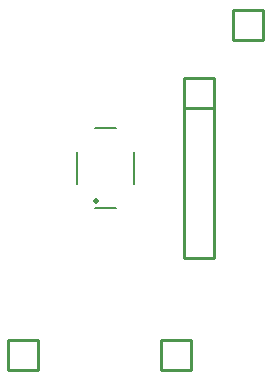
<source format=gbo>
G75*
%MOIN*%
%OFA0B0*%
%FSLAX25Y25*%
%IPPOS*%
%LPD*%
%AMOC8*
5,1,8,0,0,1.08239X$1,22.5*
%
%ADD10C,0.01000*%
%ADD11C,0.00800*%
%ADD12C,0.02000*%
D10*
X0030500Y0007300D02*
X0040500Y0007300D01*
X0040500Y0017300D01*
X0030500Y0017300D01*
X0030500Y0007300D01*
X0081400Y0007300D02*
X0091400Y0007300D01*
X0091400Y0017300D01*
X0081400Y0017300D01*
X0081400Y0007300D01*
X0089300Y0044800D02*
X0089300Y0104800D01*
X0099300Y0104800D01*
X0099300Y0094800D01*
X0089300Y0094800D01*
X0099300Y0094800D02*
X0099300Y0044800D01*
X0089300Y0044800D01*
X0105500Y0117300D02*
X0115500Y0117300D01*
X0115500Y0127300D01*
X0105500Y0127300D01*
X0105500Y0117300D01*
D11*
X0072449Y0080086D02*
X0072449Y0069314D01*
X0066449Y0061314D02*
X0059551Y0061314D01*
X0053551Y0069314D02*
X0053551Y0080086D01*
X0059551Y0088086D02*
X0066449Y0088086D01*
D12*
X0060000Y0063700D03*
M02*

</source>
